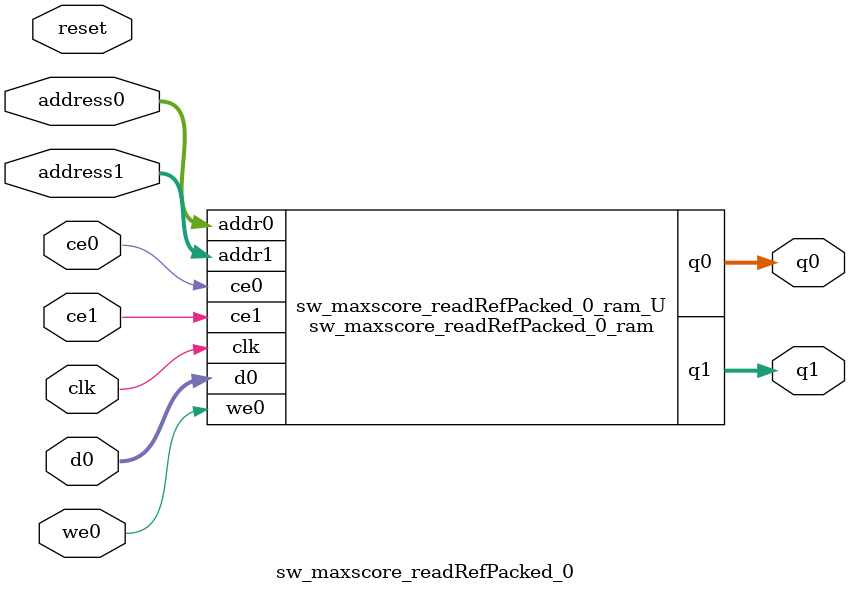
<source format=v>

`timescale 1 ns / 1 ps
module sw_maxscore_readRefPacked_0_ram (addr0, ce0, d0, we0, q0, addr1, ce1, q1,  clk);

parameter DWIDTH = 32;
parameter AWIDTH = 5;
parameter MEM_SIZE = 24;

input[AWIDTH-1:0] addr0;
input ce0;
input[DWIDTH-1:0] d0;
input we0;
output reg[DWIDTH-1:0] q0;
input[AWIDTH-1:0] addr1;
input ce1;
output reg[DWIDTH-1:0] q1;
input clk;

(* ram_style = "distributed" *)reg [DWIDTH-1:0] ram[0:MEM_SIZE-1];




always @(posedge clk)  
begin 
    if (ce0) 
    begin
        if (we0) 
        begin 
            ram[addr0] <= d0; 
            q0 <= d0;
        end 
        else 
            q0 <= ram[addr0];
    end
end


always @(posedge clk)  
begin 
    if (ce1) 
    begin
            q1 <= ram[addr1];
    end
end


endmodule


`timescale 1 ns / 1 ps
module sw_maxscore_readRefPacked_0(
    reset,
    clk,
    address0,
    ce0,
    we0,
    d0,
    q0,
    address1,
    ce1,
    q1);

parameter DataWidth = 32'd32;
parameter AddressRange = 32'd24;
parameter AddressWidth = 32'd5;
input reset;
input clk;
input[AddressWidth - 1:0] address0;
input ce0;
input we0;
input[DataWidth - 1:0] d0;
output[DataWidth - 1:0] q0;
input[AddressWidth - 1:0] address1;
input ce1;
output[DataWidth - 1:0] q1;



sw_maxscore_readRefPacked_0_ram sw_maxscore_readRefPacked_0_ram_U(
    .clk( clk ),
    .addr0( address0 ),
    .ce0( ce0 ),
    .d0( d0 ),
    .we0( we0 ),
    .q0( q0 ),
    .addr1( address1 ),
    .ce1( ce1 ),
    .q1( q1 ));

endmodule


</source>
